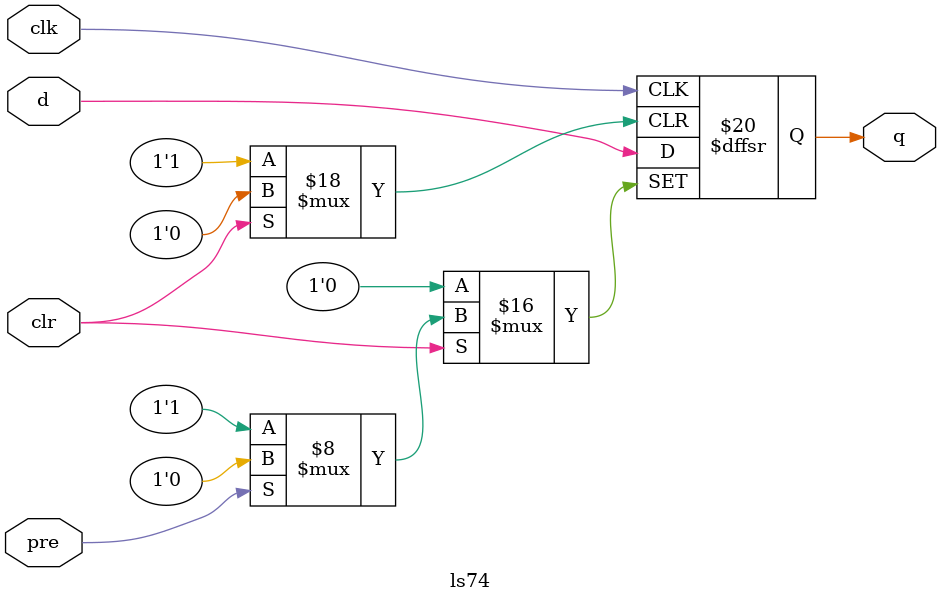
<source format=sv>

module ls74
    (
        input   wire clr,
        input   wire pre,
        input   wire clk,
        input   wire d,
        output logic q
    );

    always_ff @(posedge clk, negedge clr, negedge pre) begin
        if      (!clr) q <= 1'b0;
        else if (!pre) q <= 1'b1;
        else           q <= d;
    end

endmodule

</source>
